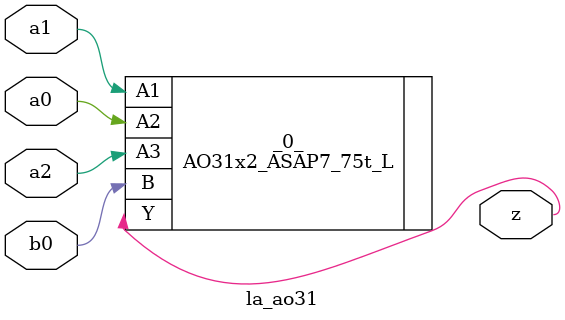
<source format=v>

/* Generated by Yosys 0.37 (git sha1 a5c7f69ed, clang 14.0.0-1ubuntu1.1 -fPIC -Os) */

module la_ao31(a0, a1, a2, b0, z);
  input a0;
  wire a0;
  input a1;
  wire a1;
  input a2;
  wire a2;
  input b0;
  wire b0;
  output z;
  wire z;
  AO31x2_ASAP7_75t_L _0_ (
    .A1(a1),
    .A2(a0),
    .A3(a2),
    .B(b0),
    .Y(z)
  );
endmodule

</source>
